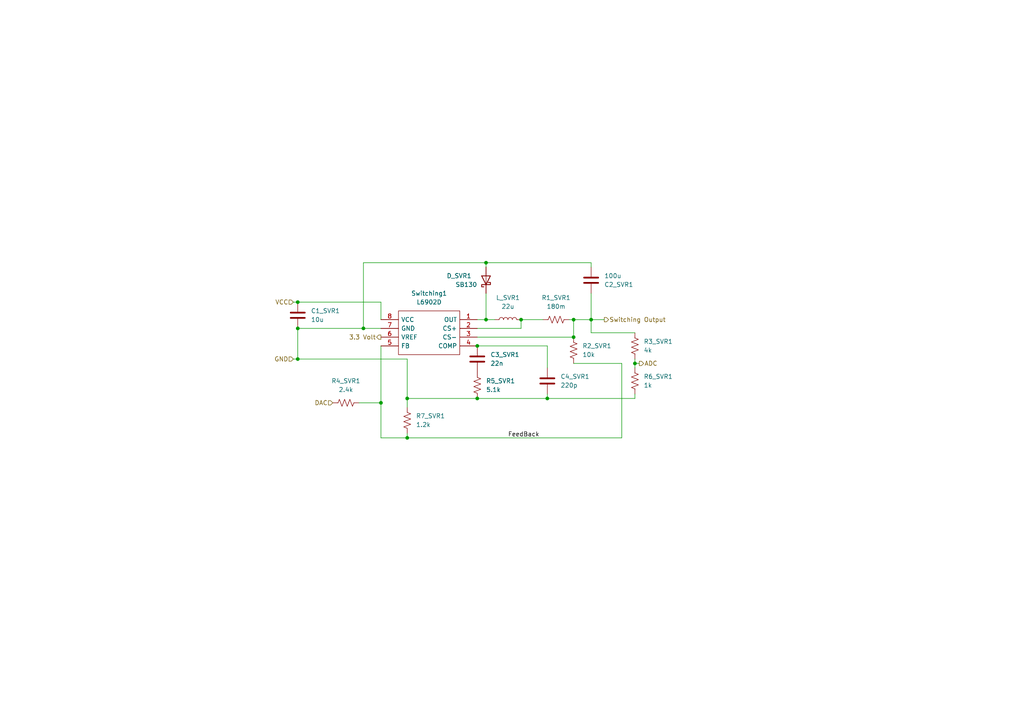
<source format=kicad_sch>
(kicad_sch (version 20211123) (generator eeschema)
  (paper "A4")
  (title_block (date "2022-08-29") (rev "1") (company "George Mason University") (comment 2 "linear regulator does as little work as possible.") (comment 3 "the bulk of the voltage drop from VCC to the output so that the") (comment 4 "The switching regulator is used to imporve efficency as it provides"))
  (lib_symbols
    (symbol "Device:C" (pin_numbers hide) (pin_names (offset 0.254))
      (property "Reference" "C" (at 0.635 2.54 0))
      (property "Value" "C" (at 0.635 -2.54 0))
      (symbol "C_0_1"
        (polyline (pts (xy -2.032 -0.762) (xy 2.032 -0.762)) (stroke (width 0.508)))
        (polyline (pts (xy -2.032 0.762) (xy 2.032 0.762)) (stroke (width 0.508)))
      )
      (symbol "C_1_1"
        (pin passive line (at 0 3.81 270) (length 2.794) (name "~") (number "1"))
        (pin passive line (at 0 -3.81 90) (length 2.794) (name "~") (number "2"))
      )
    )
    (symbol "Device:L" (pin_numbers hide) (pin_names (offset 1.016) hide)
      (property "Reference" "L" (at -1.27 0 90))
      (property "Value" "L" (at 1.905 0 90))
      (symbol "L_0_1"
        (arc (start 0 -2.54) (mid 0.635 -1.905) (end 0 -1.27))
        (arc (start 0 -1.27) (mid 0.635 -0.635) (end 0 0))
        (arc (start 0 0) (mid 0.635 0.635) (end 0 1.27))
        (arc (start 0 1.27) (mid 0.635 1.905) (end 0 2.54))
      )
      (symbol "L_1_1"
        (pin passive line (at 0 3.81 270) (length 1.27) (name "1") (number "1"))
        (pin passive line (at 0 -3.81 90) (length 1.27) (name "2") (number "2"))
      )
    )
    (symbol "Device:R_US" (pin_numbers hide) (pin_names (offset 0))
      (property "Reference" "R" (at 2.54 0 90))
      (property "Value" "R_US" (at -2.54 0 90))
      (symbol "R_US_0_1"
        (polyline (pts (xy 0 -2.286) (xy 0 -2.54)))
        (polyline (pts (xy 0 2.286) (xy 0 2.54)))
        (polyline (pts (xy 0 -0.762) (xy 1.016 -1.143) (xy 0 -1.524) (xy -1.016 -1.905) (xy 0 -2.286)))
        (polyline (pts (xy 0 0.762) (xy 1.016 0.381) (xy 0 0) (xy -1.016 -0.381) (xy 0 -0.762)))
        (polyline (pts (xy 0 2.286) (xy 1.016 1.905) (xy 0 1.524) (xy -1.016 1.143) (xy 0 0.762)))
      )
      (symbol "R_US_1_1"
        (pin passive line (at 0 3.81 270) (length 1.27) (name "~") (number "1"))
        (pin passive line (at 0 -3.81 90) (length 1.27) (name "~") (number "2"))
      )
    )
    (symbol "Diode:SB130" (pin_numbers hide) (pin_names (offset 1.016) hide)
      (property "Reference" "D" (at 0 2.54 0))
      (property "Value" "SB130" (at 0 -2.54 0))
      (symbol "SB130_0_1"
        (polyline (pts (xy 1.27 0) (xy -1.27 0)))
        (polyline (pts (xy 1.27 1.27) (xy 1.27 -1.27) (xy -1.27 0) (xy 1.27 1.27)) (stroke (width 0.254)))
        (polyline (pts (xy -1.905 0.635) (xy -1.905 1.27) (xy -1.27 1.27) (xy -1.27 -1.27) (xy -0.635 -1.27) (xy -0.635 -0.635)) (stroke (width 0.254)))
      )
      (symbol "SB130_1_1"
        (pin passive line (at -3.81 0 0) (length 2.54) (name "K") (number "1"))
        (pin passive line (at 3.81 0 180) (length 2.54) (name "A") (number "2"))
      )
    )
    (symbol "SamacSys_Parts:L6902D" (pin_names (offset 0.762))
      (property "Reference" "IC" (at 24.13 7.62 0))
      (property "Value" "L6902D" (at 24.13 5.08 0))
      (symbol "L6902D_0_0"
        (pin passive line (at 0 0 0) (length 5.08) (name "OUT") (number "1"))
        (pin passive line (at 0 -2.54 0) (length 5.08) (name "CS+") (number "2"))
        (pin passive line (at 0 -5.08 0) (length 5.08) (name "CS-") (number "3"))
        (pin passive line (at 0 -7.62 0) (length 5.08) (name "COMP") (number "4"))
        (pin passive line (at 27.94 -7.62 180) (length 5.08) (name "FB") (number "5"))
        (pin passive line (at 27.94 -5.08 180) (length 5.08) (name "VREF") (number "6"))
        (pin passive line (at 27.94 -2.54 180) (length 5.08) (name "GND") (number "7"))
        (pin passive line (at 27.94 0 180) (length 5.08) (name "VCC") (number "8"))
      )
      (symbol "L6902D_0_1"
        (polyline (pts (xy 5.08 2.54) (xy 22.86 2.54) (xy 22.86 -10.16) (xy 5.08 -10.16) (xy 5.08 2.54)) (stroke (width 0.1524)))
      )
    )
  )
  (junction (at 86.36 87.63))
  (junction (at 110.49 116.84))
  (junction (at 158.75 115.57))
  (junction (at 151.13 92.71))
  (junction (at 138.43 100.33))
  (junction (at 86.36 104.14))
  (junction (at 166.37 97.79))
  (junction (at 166.37 92.71))
  (junction (at 140.97 92.71))
  (junction (at 138.43 115.57))
  (junction (at 105.41 95.25))
  (junction (at 118.11 115.57))
  (junction (at 140.97 76.2))
  (junction (at 171.45 92.71))
  (junction (at 184.15 105.41))
  (junction (at 118.11 127))
  (junction (at 86.36 95.25))
  (wire (pts (xy 118.11 118.11) (xy 118.11 115.57)))
  (wire (pts (xy 171.45 92.71) (xy 171.45 96.52)))
  (wire (pts (xy 140.97 76.2) (xy 171.45 76.2)))
  (wire (pts (xy 184.15 105.41) (xy 185.42 105.41)))
  (wire (pts (xy 143.51 92.71) (xy 140.97 92.71)))
  (wire (pts (xy 166.37 92.71) (xy 166.37 97.79)))
  (wire (pts (xy 184.15 114.3) (xy 184.15 115.57)))
  (wire (pts (xy 158.75 114.3) (xy 158.75 115.57)))
  (wire (pts (xy 165.1 92.71) (xy 166.37 92.71)))
  (wire (pts (xy 140.97 92.71) (xy 138.43 92.71)))
  (wire (pts (xy 151.13 95.25) (xy 138.43 95.25)))
  (wire (pts (xy 184.15 106.68) (xy 184.15 105.41)))
  (wire (pts (xy 118.11 127) (xy 180.34 127)))
  (wire (pts (xy 171.45 92.71) (xy 175.26 92.71)))
  (wire (pts (xy 184.15 115.57) (xy 158.75 115.57)))
  (wire (pts (xy 110.49 116.84) (xy 110.49 127)))
  (wire (pts (xy 118.11 115.57) (xy 138.43 115.57)))
  (wire (pts (xy 158.75 106.68) (xy 158.75 100.33)))
  (wire (pts (xy 158.75 100.33) (xy 138.43 100.33)))
  (wire (pts (xy 151.13 92.71) (xy 151.13 95.25)))
  (wire (pts (xy 166.37 92.71) (xy 171.45 92.71)))
  (wire (pts (xy 85.09 87.63) (xy 86.36 87.63)))
  (wire (pts (xy 110.49 127) (xy 118.11 127)))
  (wire (pts (xy 166.37 97.79) (xy 138.43 97.79)))
  (wire (pts (xy 85.09 104.14) (xy 86.36 104.14)))
  (wire (pts (xy 110.49 100.33) (xy 110.49 116.84)))
  (wire (pts (xy 180.34 105.41) (xy 166.37 105.41)))
  (wire (pts (xy 86.36 95.25) (xy 105.41 95.25)))
  (wire (pts (xy 157.48 92.71) (xy 151.13 92.71)))
  (wire (pts (xy 105.41 76.2) (xy 140.97 76.2)))
  (wire (pts (xy 118.11 125.73) (xy 118.11 127)))
  (wire (pts (xy 110.49 87.63) (xy 86.36 87.63)))
  (wire (pts (xy 140.97 85.09) (xy 140.97 92.71)))
  (wire (pts (xy 184.15 96.52) (xy 171.45 96.52)))
  (wire (pts (xy 171.45 76.2) (xy 171.45 77.47)))
  (wire (pts (xy 118.11 104.14) (xy 118.11 115.57)))
  (wire (pts (xy 138.43 115.57) (xy 158.75 115.57)))
  (wire (pts (xy 140.97 77.47) (xy 140.97 76.2)))
  (wire (pts (xy 86.36 95.25) (xy 86.36 104.14)))
  (wire (pts (xy 110.49 92.71) (xy 110.49 87.63)))
  (wire (pts (xy 86.36 104.14) (xy 118.11 104.14)))
  (wire (pts (xy 105.41 76.2) (xy 105.41 95.25)))
  (wire (pts (xy 105.41 95.25) (xy 110.49 95.25)))
  (wire (pts (xy 171.45 85.09) (xy 171.45 92.71)))
  (wire (pts (xy 104.14 116.84) (xy 110.49 116.84)))
  (wire (pts (xy 184.15 105.41) (xy 184.15 104.14)))
  (wire (pts (xy 180.34 105.41) (xy 180.34 127)))
  (label "FeedBack" (at 147.32 127 0))
  (hierarchical_label "DAC" (shape input) (at 96.52 116.84 180))
  (hierarchical_label "ADC" (shape output) (at 185.42 105.41 0))
  (hierarchical_label "GND" (shape input) (at 85.09 104.14 180))
  (hierarchical_label "Switching Output" (shape output) (at 175.26 92.71 0))
  (hierarchical_label "VCC" (shape input) (at 85.09 87.63 180))
  (hierarchical_label "3.3 Volt" (shape output) (at 110.49 97.79 180))
  (symbol (lib_id "Device:R_US") (at 118.11 121.92 0) (unit 1)
    (property "Reference" "R7_SVR1" (at 120.65 120.6499 0) (effects (justify left)))
    (property "Value" "1.2k" (at 120.65 123.1899 0) (effects (justify left)))
    (property "Footprint" "Resistor_SMD:R_0603_1608Metric" (effects hide))
  )
  (symbol (lib_id "Device:R_US") (at 161.29 92.71 90) (unit 1)
    (property "Reference" "R1_SVR1" (at 161.29 86.36 90))
    (property "Value" "180m" (at 161.29 88.9 90))
    (property "Footprint" "Resistor_SMD:R_0603_1608Metric" (effects hide))
  )
  (symbol (lib_id "Diode:SB130") (at 140.97 81.28 90) (unit 1)
    (property "Reference" "D_SVR1" (at 129.54 80.01 90) (effects (justify right)))
    (property "Value" "SB130" (at 132.08 82.55 90) (effects (justify right)))
    (property "Footprint" "Diode_THT:D_DO-41_SOD81_P10.16mm_Horizontal" (effects hide))
    (property "Datasheet" "http://www.diodes.com/_files/datasheets/ds23022.pdf" (effects hide))
  )
  (symbol (lib_id "Device:C") (at 138.43 104.14 0) (unit 1)
    (property "Reference" "C3_SVR1" (at 142.24 102.8699 0) (effects (justify left)))
    (property "Value" "22n" (at 142.24 105.4099 0) (effects (justify left)))
    (property "Footprint" "Capacitor_THT:C_Disc_D7.0mm_W2.5mm_P5.00mm" (effects hide))
  )
  (symbol (lib_id "SamacSys_Parts:L6902D") (at 138.43 92.71 0) (mirror y) (unit 1)
    (property "Reference" "Switching1" (at 124.46 85.09 0))
    (property "Value" "L6902D" (at 124.46 87.63 0))
    (property "Footprint" "Package_SO:SOIC-8-1EP_3.9x4.9mm_P1.27mm_EP2.95x4.9mm_Mask2.71x3.4mm" (effects hide))
    (property "Datasheet" "https://componentsearchengine.com/Datasheets/1/L6902D.pdf" (effects hide))
    (property "Description" "L6902D, Switching Regulator, Buck Controller, 1A, Adjustable, 1.235  34 V, 275 kHz, 8-Pin SO" (effects hide))
    (property "Height" "1.75" (effects hide))
    (property "Mouser Part Number" "511-L6902D" (effects hide))
    (property "Mouser Price/Stock" "https://www.mouser.com/Search/Refine.aspx?Keyword=511-L6902D" (effects hide))
    (property "Manufacturer_Name" "STMicroelectronics" (effects hide))
    (property "Manufacturer_Part_Number" "L6902D" (effects hide))
  )
  (symbol (lib_id "Device:L") (at 147.32 92.71 90) (unit 1)
    (property "Reference" "L_SVR1" (at 147.32 86.36 90))
    (property "Value" "22u" (at 147.32 88.9 90))
    (property "Footprint" "Inductor_THT:L_Radial_D6.0mm_P4.00mm" (effects hide))
  )
  (symbol (lib_id "Device:R_US") (at 100.33 116.84 270) (unit 1)
    (property "Reference" "R4_SVR1" (at 100.33 110.49 90))
    (property "Value" "2.4k" (at 100.33 113.03 90))
    (property "Footprint" "Resistor_SMD:R_0603_1608Metric" (effects hide))
  )
  (symbol (lib_id "Device:R_US") (at 184.15 110.49 0) (unit 1)
    (property "Reference" "R6_SVR1" (at 186.69 109.2199 0) (effects (justify left)))
    (property "Value" "1k" (at 186.69 111.7599 0) (effects (justify left)))
    (property "Footprint" "Resistor_SMD:R_0603_1608Metric" (effects hide))
  )
  (symbol (lib_id "Device:C") (at 86.36 91.44 0) (unit 1)
    (property "Reference" "C1_SVR1" (at 90.17 90.1699 0) (effects (justify left)))
    (property "Value" "10u" (at 90.17 92.7099 0) (effects (justify left)))
    (property "Footprint" "Capacitor_THT:C_Disc_D5.0mm_W2.5mm_P2.50mm" (effects hide))
  )
  (symbol (lib_id "Device:C") (at 171.45 81.28 0) (mirror x) (unit 1)
    (property "Reference" "C2_SVR1" (at 175.26 82.5501 0) (effects (justify left)))
    (property "Value" "100u" (at 175.26 80.0101 0) (effects (justify left)))
    (property "Footprint" "Capacitor_THT:C_Radial_D8.0mm_H7.0mm_P3.50mm" (effects hide))
  )
  (symbol (lib_id "Device:R_US") (at 184.15 100.33 0) (unit 1)
    (property "Reference" "R3_SVR1" (at 186.69 99.0599 0) (effects (justify left)))
    (property "Value" "4k" (at 186.69 101.5999 0) (effects (justify left)))
    (property "Footprint" "Resistor_SMD:R_0603_1608Metric" (effects hide))
  )
  (symbol (lib_id "Device:C") (at 158.75 110.49 0) (unit 1)
    (property "Reference" "C4_SVR1" (at 162.56 109.2199 0) (effects (justify left)))
    (property "Value" "220p" (at 162.56 111.7599 0) (effects (justify left)))
    (property "Footprint" "Capacitor_THT:C_Disc_D7.5mm_W2.5mm_P5.00mm" (effects hide))
  )
  (symbol (lib_id "Device:R_US") (at 166.37 101.6 0) (unit 1)
    (property "Reference" "R2_SVR1" (at 168.91 100.3299 0) (effects (justify left)))
    (property "Value" "10k" (at 168.91 102.8699 0) (effects (justify left)))
    (property "Footprint" "Resistor_SMD:R_0603_1608Metric" (effects hide))
  )
  (symbol (lib_id "Device:R_US") (at 138.43 111.76 0) (unit 1)
    (property "Reference" "R5_SVR1" (at 140.97 110.4899 0) (effects (justify left)))
    (property "Value" "5.1k" (at 140.97 113.0299 0) (effects (justify left)))
    (property "Footprint" "Resistor_SMD:R_0603_1608Metric" (effects hide))
  )
)
</source>
